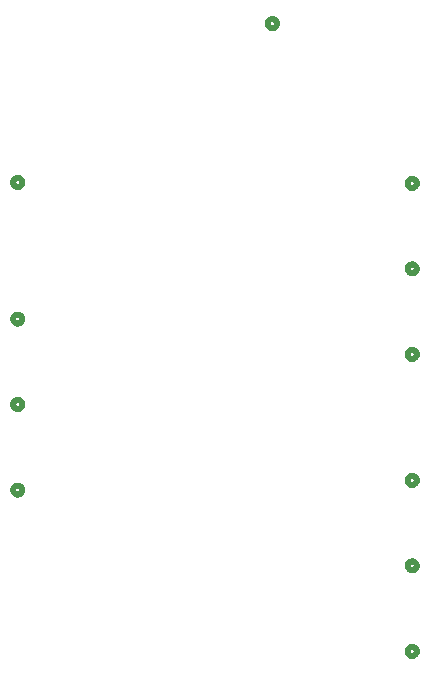
<source format=gbr>
G04 EAGLE Gerber RS-274X export*
G75*
%MOMM*%
%FSLAX34Y34*%
%LPD*%
%INSilkscreen Bottom*%
%IPPOS*%
%AMOC8*
5,1,8,0,0,1.08239X$1,22.5*%
G01*
%ADD10C,0.508000*%


D10*
X64770Y502666D02*
X64648Y502664D01*
X64526Y502658D01*
X64404Y502648D01*
X64283Y502635D01*
X64162Y502617D01*
X64042Y502596D01*
X63922Y502570D01*
X63804Y502541D01*
X63686Y502509D01*
X63569Y502472D01*
X63454Y502432D01*
X63340Y502388D01*
X63228Y502340D01*
X63117Y502289D01*
X63008Y502234D01*
X62900Y502176D01*
X62795Y502114D01*
X62692Y502049D01*
X62590Y501981D01*
X62491Y501909D01*
X62395Y501835D01*
X62300Y501757D01*
X62209Y501676D01*
X62119Y501593D01*
X62033Y501507D01*
X61950Y501417D01*
X61869Y501326D01*
X61791Y501231D01*
X61717Y501135D01*
X61645Y501036D01*
X61577Y500934D01*
X61512Y500831D01*
X61450Y500726D01*
X61392Y500618D01*
X61337Y500509D01*
X61286Y500398D01*
X61238Y500286D01*
X61194Y500172D01*
X61154Y500057D01*
X61117Y499940D01*
X61085Y499822D01*
X61056Y499704D01*
X61030Y499584D01*
X61009Y499464D01*
X60991Y499343D01*
X60978Y499222D01*
X60968Y499100D01*
X60962Y498978D01*
X60960Y498856D01*
X60962Y498734D01*
X60968Y498612D01*
X60978Y498490D01*
X60991Y498369D01*
X61009Y498248D01*
X61030Y498128D01*
X61056Y498008D01*
X61085Y497890D01*
X61117Y497772D01*
X61154Y497655D01*
X61194Y497540D01*
X61238Y497426D01*
X61286Y497314D01*
X61337Y497203D01*
X61392Y497094D01*
X61450Y496986D01*
X61512Y496881D01*
X61577Y496778D01*
X61645Y496676D01*
X61717Y496577D01*
X61791Y496481D01*
X61869Y496386D01*
X61950Y496295D01*
X62033Y496205D01*
X62119Y496119D01*
X62209Y496036D01*
X62300Y495955D01*
X62395Y495877D01*
X62491Y495803D01*
X62590Y495731D01*
X62692Y495663D01*
X62795Y495598D01*
X62900Y495536D01*
X63008Y495478D01*
X63117Y495423D01*
X63228Y495372D01*
X63340Y495324D01*
X63454Y495280D01*
X63569Y495240D01*
X63686Y495203D01*
X63804Y495171D01*
X63922Y495142D01*
X64042Y495116D01*
X64162Y495095D01*
X64283Y495077D01*
X64404Y495064D01*
X64526Y495054D01*
X64648Y495048D01*
X64770Y495046D01*
X64892Y495048D01*
X65014Y495054D01*
X65136Y495064D01*
X65257Y495077D01*
X65378Y495095D01*
X65498Y495116D01*
X65618Y495142D01*
X65736Y495171D01*
X65854Y495203D01*
X65971Y495240D01*
X66086Y495280D01*
X66200Y495324D01*
X66312Y495372D01*
X66423Y495423D01*
X66532Y495478D01*
X66640Y495536D01*
X66745Y495598D01*
X66848Y495663D01*
X66950Y495731D01*
X67049Y495803D01*
X67145Y495877D01*
X67240Y495955D01*
X67331Y496036D01*
X67421Y496119D01*
X67507Y496205D01*
X67590Y496295D01*
X67671Y496386D01*
X67749Y496481D01*
X67823Y496577D01*
X67895Y496676D01*
X67963Y496778D01*
X68028Y496881D01*
X68090Y496986D01*
X68148Y497094D01*
X68203Y497203D01*
X68254Y497314D01*
X68302Y497426D01*
X68346Y497540D01*
X68386Y497655D01*
X68423Y497772D01*
X68455Y497890D01*
X68484Y498008D01*
X68510Y498128D01*
X68531Y498248D01*
X68549Y498369D01*
X68562Y498490D01*
X68572Y498612D01*
X68578Y498734D01*
X68580Y498856D01*
X68578Y498978D01*
X68572Y499100D01*
X68562Y499222D01*
X68549Y499343D01*
X68531Y499464D01*
X68510Y499584D01*
X68484Y499704D01*
X68455Y499822D01*
X68423Y499940D01*
X68386Y500057D01*
X68346Y500172D01*
X68302Y500286D01*
X68254Y500398D01*
X68203Y500509D01*
X68148Y500618D01*
X68090Y500726D01*
X68028Y500831D01*
X67963Y500934D01*
X67895Y501036D01*
X67823Y501135D01*
X67749Y501231D01*
X67671Y501326D01*
X67590Y501417D01*
X67507Y501507D01*
X67421Y501593D01*
X67331Y501676D01*
X67240Y501757D01*
X67145Y501835D01*
X67049Y501909D01*
X66950Y501981D01*
X66848Y502049D01*
X66745Y502114D01*
X66640Y502176D01*
X66532Y502234D01*
X66423Y502289D01*
X66312Y502340D01*
X66200Y502388D01*
X66086Y502432D01*
X65971Y502472D01*
X65854Y502509D01*
X65736Y502541D01*
X65618Y502570D01*
X65498Y502596D01*
X65378Y502617D01*
X65257Y502635D01*
X65136Y502648D01*
X65014Y502658D01*
X64892Y502664D01*
X64770Y502666D01*
X64770Y387096D02*
X64648Y387094D01*
X64526Y387088D01*
X64404Y387078D01*
X64283Y387065D01*
X64162Y387047D01*
X64042Y387026D01*
X63922Y387000D01*
X63804Y386971D01*
X63686Y386939D01*
X63569Y386902D01*
X63454Y386862D01*
X63340Y386818D01*
X63228Y386770D01*
X63117Y386719D01*
X63008Y386664D01*
X62900Y386606D01*
X62795Y386544D01*
X62692Y386479D01*
X62590Y386411D01*
X62491Y386339D01*
X62395Y386265D01*
X62300Y386187D01*
X62209Y386106D01*
X62119Y386023D01*
X62033Y385937D01*
X61950Y385847D01*
X61869Y385756D01*
X61791Y385661D01*
X61717Y385565D01*
X61645Y385466D01*
X61577Y385364D01*
X61512Y385261D01*
X61450Y385156D01*
X61392Y385048D01*
X61337Y384939D01*
X61286Y384828D01*
X61238Y384716D01*
X61194Y384602D01*
X61154Y384487D01*
X61117Y384370D01*
X61085Y384252D01*
X61056Y384134D01*
X61030Y384014D01*
X61009Y383894D01*
X60991Y383773D01*
X60978Y383652D01*
X60968Y383530D01*
X60962Y383408D01*
X60960Y383286D01*
X60962Y383164D01*
X60968Y383042D01*
X60978Y382920D01*
X60991Y382799D01*
X61009Y382678D01*
X61030Y382558D01*
X61056Y382438D01*
X61085Y382320D01*
X61117Y382202D01*
X61154Y382085D01*
X61194Y381970D01*
X61238Y381856D01*
X61286Y381744D01*
X61337Y381633D01*
X61392Y381524D01*
X61450Y381416D01*
X61512Y381311D01*
X61577Y381208D01*
X61645Y381106D01*
X61717Y381007D01*
X61791Y380911D01*
X61869Y380816D01*
X61950Y380725D01*
X62033Y380635D01*
X62119Y380549D01*
X62209Y380466D01*
X62300Y380385D01*
X62395Y380307D01*
X62491Y380233D01*
X62590Y380161D01*
X62692Y380093D01*
X62795Y380028D01*
X62900Y379966D01*
X63008Y379908D01*
X63117Y379853D01*
X63228Y379802D01*
X63340Y379754D01*
X63454Y379710D01*
X63569Y379670D01*
X63686Y379633D01*
X63804Y379601D01*
X63922Y379572D01*
X64042Y379546D01*
X64162Y379525D01*
X64283Y379507D01*
X64404Y379494D01*
X64526Y379484D01*
X64648Y379478D01*
X64770Y379476D01*
X64892Y379478D01*
X65014Y379484D01*
X65136Y379494D01*
X65257Y379507D01*
X65378Y379525D01*
X65498Y379546D01*
X65618Y379572D01*
X65736Y379601D01*
X65854Y379633D01*
X65971Y379670D01*
X66086Y379710D01*
X66200Y379754D01*
X66312Y379802D01*
X66423Y379853D01*
X66532Y379908D01*
X66640Y379966D01*
X66745Y380028D01*
X66848Y380093D01*
X66950Y380161D01*
X67049Y380233D01*
X67145Y380307D01*
X67240Y380385D01*
X67331Y380466D01*
X67421Y380549D01*
X67507Y380635D01*
X67590Y380725D01*
X67671Y380816D01*
X67749Y380911D01*
X67823Y381007D01*
X67895Y381106D01*
X67963Y381208D01*
X68028Y381311D01*
X68090Y381416D01*
X68148Y381524D01*
X68203Y381633D01*
X68254Y381744D01*
X68302Y381856D01*
X68346Y381970D01*
X68386Y382085D01*
X68423Y382202D01*
X68455Y382320D01*
X68484Y382438D01*
X68510Y382558D01*
X68531Y382678D01*
X68549Y382799D01*
X68562Y382920D01*
X68572Y383042D01*
X68578Y383164D01*
X68580Y383286D01*
X68578Y383408D01*
X68572Y383530D01*
X68562Y383652D01*
X68549Y383773D01*
X68531Y383894D01*
X68510Y384014D01*
X68484Y384134D01*
X68455Y384252D01*
X68423Y384370D01*
X68386Y384487D01*
X68346Y384602D01*
X68302Y384716D01*
X68254Y384828D01*
X68203Y384939D01*
X68148Y385048D01*
X68090Y385156D01*
X68028Y385261D01*
X67963Y385364D01*
X67895Y385466D01*
X67823Y385565D01*
X67749Y385661D01*
X67671Y385756D01*
X67590Y385847D01*
X67507Y385937D01*
X67421Y386023D01*
X67331Y386106D01*
X67240Y386187D01*
X67145Y386265D01*
X67049Y386339D01*
X66950Y386411D01*
X66848Y386479D01*
X66745Y386544D01*
X66640Y386606D01*
X66532Y386664D01*
X66423Y386719D01*
X66312Y386770D01*
X66200Y386818D01*
X66086Y386862D01*
X65971Y386902D01*
X65854Y386939D01*
X65736Y386971D01*
X65618Y387000D01*
X65498Y387026D01*
X65378Y387047D01*
X65257Y387065D01*
X65136Y387078D01*
X65014Y387088D01*
X64892Y387094D01*
X64770Y387096D01*
X64770Y314706D02*
X64648Y314704D01*
X64526Y314698D01*
X64404Y314688D01*
X64283Y314675D01*
X64162Y314657D01*
X64042Y314636D01*
X63922Y314610D01*
X63804Y314581D01*
X63686Y314549D01*
X63569Y314512D01*
X63454Y314472D01*
X63340Y314428D01*
X63228Y314380D01*
X63117Y314329D01*
X63008Y314274D01*
X62900Y314216D01*
X62795Y314154D01*
X62692Y314089D01*
X62590Y314021D01*
X62491Y313949D01*
X62395Y313875D01*
X62300Y313797D01*
X62209Y313716D01*
X62119Y313633D01*
X62033Y313547D01*
X61950Y313457D01*
X61869Y313366D01*
X61791Y313271D01*
X61717Y313175D01*
X61645Y313076D01*
X61577Y312974D01*
X61512Y312871D01*
X61450Y312766D01*
X61392Y312658D01*
X61337Y312549D01*
X61286Y312438D01*
X61238Y312326D01*
X61194Y312212D01*
X61154Y312097D01*
X61117Y311980D01*
X61085Y311862D01*
X61056Y311744D01*
X61030Y311624D01*
X61009Y311504D01*
X60991Y311383D01*
X60978Y311262D01*
X60968Y311140D01*
X60962Y311018D01*
X60960Y310896D01*
X60962Y310774D01*
X60968Y310652D01*
X60978Y310530D01*
X60991Y310409D01*
X61009Y310288D01*
X61030Y310168D01*
X61056Y310048D01*
X61085Y309930D01*
X61117Y309812D01*
X61154Y309695D01*
X61194Y309580D01*
X61238Y309466D01*
X61286Y309354D01*
X61337Y309243D01*
X61392Y309134D01*
X61450Y309026D01*
X61512Y308921D01*
X61577Y308818D01*
X61645Y308716D01*
X61717Y308617D01*
X61791Y308521D01*
X61869Y308426D01*
X61950Y308335D01*
X62033Y308245D01*
X62119Y308159D01*
X62209Y308076D01*
X62300Y307995D01*
X62395Y307917D01*
X62491Y307843D01*
X62590Y307771D01*
X62692Y307703D01*
X62795Y307638D01*
X62900Y307576D01*
X63008Y307518D01*
X63117Y307463D01*
X63228Y307412D01*
X63340Y307364D01*
X63454Y307320D01*
X63569Y307280D01*
X63686Y307243D01*
X63804Y307211D01*
X63922Y307182D01*
X64042Y307156D01*
X64162Y307135D01*
X64283Y307117D01*
X64404Y307104D01*
X64526Y307094D01*
X64648Y307088D01*
X64770Y307086D01*
X64892Y307088D01*
X65014Y307094D01*
X65136Y307104D01*
X65257Y307117D01*
X65378Y307135D01*
X65498Y307156D01*
X65618Y307182D01*
X65736Y307211D01*
X65854Y307243D01*
X65971Y307280D01*
X66086Y307320D01*
X66200Y307364D01*
X66312Y307412D01*
X66423Y307463D01*
X66532Y307518D01*
X66640Y307576D01*
X66745Y307638D01*
X66848Y307703D01*
X66950Y307771D01*
X67049Y307843D01*
X67145Y307917D01*
X67240Y307995D01*
X67331Y308076D01*
X67421Y308159D01*
X67507Y308245D01*
X67590Y308335D01*
X67671Y308426D01*
X67749Y308521D01*
X67823Y308617D01*
X67895Y308716D01*
X67963Y308818D01*
X68028Y308921D01*
X68090Y309026D01*
X68148Y309134D01*
X68203Y309243D01*
X68254Y309354D01*
X68302Y309466D01*
X68346Y309580D01*
X68386Y309695D01*
X68423Y309812D01*
X68455Y309930D01*
X68484Y310048D01*
X68510Y310168D01*
X68531Y310288D01*
X68549Y310409D01*
X68562Y310530D01*
X68572Y310652D01*
X68578Y310774D01*
X68580Y310896D01*
X68578Y311018D01*
X68572Y311140D01*
X68562Y311262D01*
X68549Y311383D01*
X68531Y311504D01*
X68510Y311624D01*
X68484Y311744D01*
X68455Y311862D01*
X68423Y311980D01*
X68386Y312097D01*
X68346Y312212D01*
X68302Y312326D01*
X68254Y312438D01*
X68203Y312549D01*
X68148Y312658D01*
X68090Y312766D01*
X68028Y312871D01*
X67963Y312974D01*
X67895Y313076D01*
X67823Y313175D01*
X67749Y313271D01*
X67671Y313366D01*
X67590Y313457D01*
X67507Y313547D01*
X67421Y313633D01*
X67331Y313716D01*
X67240Y313797D01*
X67145Y313875D01*
X67049Y313949D01*
X66950Y314021D01*
X66848Y314089D01*
X66745Y314154D01*
X66640Y314216D01*
X66532Y314274D01*
X66423Y314329D01*
X66312Y314380D01*
X66200Y314428D01*
X66086Y314472D01*
X65971Y314512D01*
X65854Y314549D01*
X65736Y314581D01*
X65618Y314610D01*
X65498Y314636D01*
X65378Y314657D01*
X65257Y314675D01*
X65136Y314688D01*
X65014Y314698D01*
X64892Y314704D01*
X64770Y314706D01*
X398780Y178054D02*
X398902Y178052D01*
X399024Y178046D01*
X399146Y178036D01*
X399267Y178023D01*
X399388Y178005D01*
X399508Y177984D01*
X399628Y177958D01*
X399746Y177929D01*
X399864Y177897D01*
X399981Y177860D01*
X400096Y177820D01*
X400210Y177776D01*
X400322Y177728D01*
X400433Y177677D01*
X400542Y177622D01*
X400650Y177564D01*
X400755Y177502D01*
X400858Y177437D01*
X400960Y177369D01*
X401059Y177297D01*
X401155Y177223D01*
X401250Y177145D01*
X401341Y177064D01*
X401431Y176981D01*
X401517Y176895D01*
X401600Y176805D01*
X401681Y176714D01*
X401759Y176619D01*
X401833Y176523D01*
X401905Y176424D01*
X401973Y176322D01*
X402038Y176219D01*
X402100Y176114D01*
X402158Y176006D01*
X402213Y175897D01*
X402264Y175786D01*
X402312Y175674D01*
X402356Y175560D01*
X402396Y175445D01*
X402433Y175328D01*
X402465Y175210D01*
X402494Y175092D01*
X402520Y174972D01*
X402541Y174852D01*
X402559Y174731D01*
X402572Y174610D01*
X402582Y174488D01*
X402588Y174366D01*
X402590Y174244D01*
X402588Y174122D01*
X402582Y174000D01*
X402572Y173878D01*
X402559Y173757D01*
X402541Y173636D01*
X402520Y173516D01*
X402494Y173396D01*
X402465Y173278D01*
X402433Y173160D01*
X402396Y173043D01*
X402356Y172928D01*
X402312Y172814D01*
X402264Y172702D01*
X402213Y172591D01*
X402158Y172482D01*
X402100Y172374D01*
X402038Y172269D01*
X401973Y172166D01*
X401905Y172064D01*
X401833Y171965D01*
X401759Y171869D01*
X401681Y171774D01*
X401600Y171683D01*
X401517Y171593D01*
X401431Y171507D01*
X401341Y171424D01*
X401250Y171343D01*
X401155Y171265D01*
X401059Y171191D01*
X400960Y171119D01*
X400858Y171051D01*
X400755Y170986D01*
X400650Y170924D01*
X400542Y170866D01*
X400433Y170811D01*
X400322Y170760D01*
X400210Y170712D01*
X400096Y170668D01*
X399981Y170628D01*
X399864Y170591D01*
X399746Y170559D01*
X399628Y170530D01*
X399508Y170504D01*
X399388Y170483D01*
X399267Y170465D01*
X399146Y170452D01*
X399024Y170442D01*
X398902Y170436D01*
X398780Y170434D01*
X398658Y170436D01*
X398536Y170442D01*
X398414Y170452D01*
X398293Y170465D01*
X398172Y170483D01*
X398052Y170504D01*
X397932Y170530D01*
X397814Y170559D01*
X397696Y170591D01*
X397579Y170628D01*
X397464Y170668D01*
X397350Y170712D01*
X397238Y170760D01*
X397127Y170811D01*
X397018Y170866D01*
X396910Y170924D01*
X396805Y170986D01*
X396702Y171051D01*
X396600Y171119D01*
X396501Y171191D01*
X396405Y171265D01*
X396310Y171343D01*
X396219Y171424D01*
X396129Y171507D01*
X396043Y171593D01*
X395960Y171683D01*
X395879Y171774D01*
X395801Y171869D01*
X395727Y171965D01*
X395655Y172064D01*
X395587Y172166D01*
X395522Y172269D01*
X395460Y172374D01*
X395402Y172482D01*
X395347Y172591D01*
X395296Y172702D01*
X395248Y172814D01*
X395204Y172928D01*
X395164Y173043D01*
X395127Y173160D01*
X395095Y173278D01*
X395066Y173396D01*
X395040Y173516D01*
X395019Y173636D01*
X395001Y173757D01*
X394988Y173878D01*
X394978Y174000D01*
X394972Y174122D01*
X394970Y174244D01*
X394972Y174366D01*
X394978Y174488D01*
X394988Y174610D01*
X395001Y174731D01*
X395019Y174852D01*
X395040Y174972D01*
X395066Y175092D01*
X395095Y175210D01*
X395127Y175328D01*
X395164Y175445D01*
X395204Y175560D01*
X395248Y175674D01*
X395296Y175786D01*
X395347Y175897D01*
X395402Y176006D01*
X395460Y176114D01*
X395522Y176219D01*
X395587Y176322D01*
X395655Y176424D01*
X395727Y176523D01*
X395801Y176619D01*
X395879Y176714D01*
X395960Y176805D01*
X396043Y176895D01*
X396129Y176981D01*
X396219Y177064D01*
X396310Y177145D01*
X396405Y177223D01*
X396501Y177297D01*
X396600Y177369D01*
X396702Y177437D01*
X396805Y177502D01*
X396910Y177564D01*
X397018Y177622D01*
X397127Y177677D01*
X397238Y177728D01*
X397350Y177776D01*
X397464Y177820D01*
X397579Y177860D01*
X397696Y177897D01*
X397814Y177929D01*
X397932Y177958D01*
X398052Y177984D01*
X398172Y178005D01*
X398293Y178023D01*
X398414Y178036D01*
X398536Y178046D01*
X398658Y178052D01*
X398780Y178054D01*
X398780Y242824D02*
X398902Y242826D01*
X399024Y242832D01*
X399146Y242842D01*
X399267Y242855D01*
X399388Y242873D01*
X399508Y242894D01*
X399628Y242920D01*
X399746Y242949D01*
X399864Y242981D01*
X399981Y243018D01*
X400096Y243058D01*
X400210Y243102D01*
X400322Y243150D01*
X400433Y243201D01*
X400542Y243256D01*
X400650Y243314D01*
X400755Y243376D01*
X400858Y243441D01*
X400960Y243509D01*
X401059Y243581D01*
X401155Y243655D01*
X401250Y243733D01*
X401341Y243814D01*
X401431Y243897D01*
X401517Y243983D01*
X401600Y244073D01*
X401681Y244164D01*
X401759Y244259D01*
X401833Y244355D01*
X401905Y244454D01*
X401973Y244556D01*
X402038Y244659D01*
X402100Y244764D01*
X402158Y244872D01*
X402213Y244981D01*
X402264Y245092D01*
X402312Y245204D01*
X402356Y245318D01*
X402396Y245433D01*
X402433Y245550D01*
X402465Y245668D01*
X402494Y245786D01*
X402520Y245906D01*
X402541Y246026D01*
X402559Y246147D01*
X402572Y246268D01*
X402582Y246390D01*
X402588Y246512D01*
X402590Y246634D01*
X402588Y246756D01*
X402582Y246878D01*
X402572Y247000D01*
X402559Y247121D01*
X402541Y247242D01*
X402520Y247362D01*
X402494Y247482D01*
X402465Y247600D01*
X402433Y247718D01*
X402396Y247835D01*
X402356Y247950D01*
X402312Y248064D01*
X402264Y248176D01*
X402213Y248287D01*
X402158Y248396D01*
X402100Y248504D01*
X402038Y248609D01*
X401973Y248712D01*
X401905Y248814D01*
X401833Y248913D01*
X401759Y249009D01*
X401681Y249104D01*
X401600Y249195D01*
X401517Y249285D01*
X401431Y249371D01*
X401341Y249454D01*
X401250Y249535D01*
X401155Y249613D01*
X401059Y249687D01*
X400960Y249759D01*
X400858Y249827D01*
X400755Y249892D01*
X400650Y249954D01*
X400542Y250012D01*
X400433Y250067D01*
X400322Y250118D01*
X400210Y250166D01*
X400096Y250210D01*
X399981Y250250D01*
X399864Y250287D01*
X399746Y250319D01*
X399628Y250348D01*
X399508Y250374D01*
X399388Y250395D01*
X399267Y250413D01*
X399146Y250426D01*
X399024Y250436D01*
X398902Y250442D01*
X398780Y250444D01*
X398658Y250442D01*
X398536Y250436D01*
X398414Y250426D01*
X398293Y250413D01*
X398172Y250395D01*
X398052Y250374D01*
X397932Y250348D01*
X397814Y250319D01*
X397696Y250287D01*
X397579Y250250D01*
X397464Y250210D01*
X397350Y250166D01*
X397238Y250118D01*
X397127Y250067D01*
X397018Y250012D01*
X396910Y249954D01*
X396805Y249892D01*
X396702Y249827D01*
X396600Y249759D01*
X396501Y249687D01*
X396405Y249613D01*
X396310Y249535D01*
X396219Y249454D01*
X396129Y249371D01*
X396043Y249285D01*
X395960Y249195D01*
X395879Y249104D01*
X395801Y249009D01*
X395727Y248913D01*
X395655Y248814D01*
X395587Y248712D01*
X395522Y248609D01*
X395460Y248504D01*
X395402Y248396D01*
X395347Y248287D01*
X395296Y248176D01*
X395248Y248064D01*
X395204Y247950D01*
X395164Y247835D01*
X395127Y247718D01*
X395095Y247600D01*
X395066Y247482D01*
X395040Y247362D01*
X395019Y247242D01*
X395001Y247121D01*
X394988Y247000D01*
X394978Y246878D01*
X394972Y246756D01*
X394970Y246634D01*
X394972Y246512D01*
X394978Y246390D01*
X394988Y246268D01*
X395001Y246147D01*
X395019Y246026D01*
X395040Y245906D01*
X395066Y245786D01*
X395095Y245668D01*
X395127Y245550D01*
X395164Y245433D01*
X395204Y245318D01*
X395248Y245204D01*
X395296Y245092D01*
X395347Y244981D01*
X395402Y244872D01*
X395460Y244764D01*
X395522Y244659D01*
X395587Y244556D01*
X395655Y244454D01*
X395727Y244355D01*
X395801Y244259D01*
X395879Y244164D01*
X395960Y244073D01*
X396043Y243983D01*
X396129Y243897D01*
X396219Y243814D01*
X396310Y243733D01*
X396405Y243655D01*
X396501Y243581D01*
X396600Y243509D01*
X396702Y243441D01*
X396805Y243376D01*
X396910Y243314D01*
X397018Y243256D01*
X397127Y243201D01*
X397238Y243150D01*
X397350Y243102D01*
X397464Y243058D01*
X397579Y243018D01*
X397696Y242981D01*
X397814Y242949D01*
X397932Y242920D01*
X398052Y242894D01*
X398172Y242873D01*
X398293Y242855D01*
X398414Y242842D01*
X398536Y242832D01*
X398658Y242826D01*
X398780Y242824D01*
X398780Y349504D02*
X398902Y349506D01*
X399024Y349512D01*
X399146Y349522D01*
X399267Y349535D01*
X399388Y349553D01*
X399508Y349574D01*
X399628Y349600D01*
X399746Y349629D01*
X399864Y349661D01*
X399981Y349698D01*
X400096Y349738D01*
X400210Y349782D01*
X400322Y349830D01*
X400433Y349881D01*
X400542Y349936D01*
X400650Y349994D01*
X400755Y350056D01*
X400858Y350121D01*
X400960Y350189D01*
X401059Y350261D01*
X401155Y350335D01*
X401250Y350413D01*
X401341Y350494D01*
X401431Y350577D01*
X401517Y350663D01*
X401600Y350753D01*
X401681Y350844D01*
X401759Y350939D01*
X401833Y351035D01*
X401905Y351134D01*
X401973Y351236D01*
X402038Y351339D01*
X402100Y351444D01*
X402158Y351552D01*
X402213Y351661D01*
X402264Y351772D01*
X402312Y351884D01*
X402356Y351998D01*
X402396Y352113D01*
X402433Y352230D01*
X402465Y352348D01*
X402494Y352466D01*
X402520Y352586D01*
X402541Y352706D01*
X402559Y352827D01*
X402572Y352948D01*
X402582Y353070D01*
X402588Y353192D01*
X402590Y353314D01*
X402588Y353436D01*
X402582Y353558D01*
X402572Y353680D01*
X402559Y353801D01*
X402541Y353922D01*
X402520Y354042D01*
X402494Y354162D01*
X402465Y354280D01*
X402433Y354398D01*
X402396Y354515D01*
X402356Y354630D01*
X402312Y354744D01*
X402264Y354856D01*
X402213Y354967D01*
X402158Y355076D01*
X402100Y355184D01*
X402038Y355289D01*
X401973Y355392D01*
X401905Y355494D01*
X401833Y355593D01*
X401759Y355689D01*
X401681Y355784D01*
X401600Y355875D01*
X401517Y355965D01*
X401431Y356051D01*
X401341Y356134D01*
X401250Y356215D01*
X401155Y356293D01*
X401059Y356367D01*
X400960Y356439D01*
X400858Y356507D01*
X400755Y356572D01*
X400650Y356634D01*
X400542Y356692D01*
X400433Y356747D01*
X400322Y356798D01*
X400210Y356846D01*
X400096Y356890D01*
X399981Y356930D01*
X399864Y356967D01*
X399746Y356999D01*
X399628Y357028D01*
X399508Y357054D01*
X399388Y357075D01*
X399267Y357093D01*
X399146Y357106D01*
X399024Y357116D01*
X398902Y357122D01*
X398780Y357124D01*
X398658Y357122D01*
X398536Y357116D01*
X398414Y357106D01*
X398293Y357093D01*
X398172Y357075D01*
X398052Y357054D01*
X397932Y357028D01*
X397814Y356999D01*
X397696Y356967D01*
X397579Y356930D01*
X397464Y356890D01*
X397350Y356846D01*
X397238Y356798D01*
X397127Y356747D01*
X397018Y356692D01*
X396910Y356634D01*
X396805Y356572D01*
X396702Y356507D01*
X396600Y356439D01*
X396501Y356367D01*
X396405Y356293D01*
X396310Y356215D01*
X396219Y356134D01*
X396129Y356051D01*
X396043Y355965D01*
X395960Y355875D01*
X395879Y355784D01*
X395801Y355689D01*
X395727Y355593D01*
X395655Y355494D01*
X395587Y355392D01*
X395522Y355289D01*
X395460Y355184D01*
X395402Y355076D01*
X395347Y354967D01*
X395296Y354856D01*
X395248Y354744D01*
X395204Y354630D01*
X395164Y354515D01*
X395127Y354398D01*
X395095Y354280D01*
X395066Y354162D01*
X395040Y354042D01*
X395019Y353922D01*
X395001Y353801D01*
X394988Y353680D01*
X394978Y353558D01*
X394972Y353436D01*
X394970Y353314D01*
X394972Y353192D01*
X394978Y353070D01*
X394988Y352948D01*
X395001Y352827D01*
X395019Y352706D01*
X395040Y352586D01*
X395066Y352466D01*
X395095Y352348D01*
X395127Y352230D01*
X395164Y352113D01*
X395204Y351998D01*
X395248Y351884D01*
X395296Y351772D01*
X395347Y351661D01*
X395402Y351552D01*
X395460Y351444D01*
X395522Y351339D01*
X395587Y351236D01*
X395655Y351134D01*
X395727Y351035D01*
X395801Y350939D01*
X395879Y350844D01*
X395960Y350753D01*
X396043Y350663D01*
X396129Y350577D01*
X396219Y350494D01*
X396310Y350413D01*
X396405Y350335D01*
X396501Y350261D01*
X396600Y350189D01*
X396702Y350121D01*
X396805Y350056D01*
X396910Y349994D01*
X397018Y349936D01*
X397127Y349881D01*
X397238Y349830D01*
X397350Y349782D01*
X397464Y349738D01*
X397579Y349698D01*
X397696Y349661D01*
X397814Y349629D01*
X397932Y349600D01*
X398052Y349574D01*
X398172Y349553D01*
X398293Y349535D01*
X398414Y349522D01*
X398536Y349512D01*
X398658Y349506D01*
X398780Y349504D01*
X398780Y421894D02*
X398902Y421896D01*
X399024Y421902D01*
X399146Y421912D01*
X399267Y421925D01*
X399388Y421943D01*
X399508Y421964D01*
X399628Y421990D01*
X399746Y422019D01*
X399864Y422051D01*
X399981Y422088D01*
X400096Y422128D01*
X400210Y422172D01*
X400322Y422220D01*
X400433Y422271D01*
X400542Y422326D01*
X400650Y422384D01*
X400755Y422446D01*
X400858Y422511D01*
X400960Y422579D01*
X401059Y422651D01*
X401155Y422725D01*
X401250Y422803D01*
X401341Y422884D01*
X401431Y422967D01*
X401517Y423053D01*
X401600Y423143D01*
X401681Y423234D01*
X401759Y423329D01*
X401833Y423425D01*
X401905Y423524D01*
X401973Y423626D01*
X402038Y423729D01*
X402100Y423834D01*
X402158Y423942D01*
X402213Y424051D01*
X402264Y424162D01*
X402312Y424274D01*
X402356Y424388D01*
X402396Y424503D01*
X402433Y424620D01*
X402465Y424738D01*
X402494Y424856D01*
X402520Y424976D01*
X402541Y425096D01*
X402559Y425217D01*
X402572Y425338D01*
X402582Y425460D01*
X402588Y425582D01*
X402590Y425704D01*
X402588Y425826D01*
X402582Y425948D01*
X402572Y426070D01*
X402559Y426191D01*
X402541Y426312D01*
X402520Y426432D01*
X402494Y426552D01*
X402465Y426670D01*
X402433Y426788D01*
X402396Y426905D01*
X402356Y427020D01*
X402312Y427134D01*
X402264Y427246D01*
X402213Y427357D01*
X402158Y427466D01*
X402100Y427574D01*
X402038Y427679D01*
X401973Y427782D01*
X401905Y427884D01*
X401833Y427983D01*
X401759Y428079D01*
X401681Y428174D01*
X401600Y428265D01*
X401517Y428355D01*
X401431Y428441D01*
X401341Y428524D01*
X401250Y428605D01*
X401155Y428683D01*
X401059Y428757D01*
X400960Y428829D01*
X400858Y428897D01*
X400755Y428962D01*
X400650Y429024D01*
X400542Y429082D01*
X400433Y429137D01*
X400322Y429188D01*
X400210Y429236D01*
X400096Y429280D01*
X399981Y429320D01*
X399864Y429357D01*
X399746Y429389D01*
X399628Y429418D01*
X399508Y429444D01*
X399388Y429465D01*
X399267Y429483D01*
X399146Y429496D01*
X399024Y429506D01*
X398902Y429512D01*
X398780Y429514D01*
X398658Y429512D01*
X398536Y429506D01*
X398414Y429496D01*
X398293Y429483D01*
X398172Y429465D01*
X398052Y429444D01*
X397932Y429418D01*
X397814Y429389D01*
X397696Y429357D01*
X397579Y429320D01*
X397464Y429280D01*
X397350Y429236D01*
X397238Y429188D01*
X397127Y429137D01*
X397018Y429082D01*
X396910Y429024D01*
X396805Y428962D01*
X396702Y428897D01*
X396600Y428829D01*
X396501Y428757D01*
X396405Y428683D01*
X396310Y428605D01*
X396219Y428524D01*
X396129Y428441D01*
X396043Y428355D01*
X395960Y428265D01*
X395879Y428174D01*
X395801Y428079D01*
X395727Y427983D01*
X395655Y427884D01*
X395587Y427782D01*
X395522Y427679D01*
X395460Y427574D01*
X395402Y427466D01*
X395347Y427357D01*
X395296Y427246D01*
X395248Y427134D01*
X395204Y427020D01*
X395164Y426905D01*
X395127Y426788D01*
X395095Y426670D01*
X395066Y426552D01*
X395040Y426432D01*
X395019Y426312D01*
X395001Y426191D01*
X394988Y426070D01*
X394978Y425948D01*
X394972Y425826D01*
X394970Y425704D01*
X394972Y425582D01*
X394978Y425460D01*
X394988Y425338D01*
X395001Y425217D01*
X395019Y425096D01*
X395040Y424976D01*
X395066Y424856D01*
X395095Y424738D01*
X395127Y424620D01*
X395164Y424503D01*
X395204Y424388D01*
X395248Y424274D01*
X395296Y424162D01*
X395347Y424051D01*
X395402Y423942D01*
X395460Y423834D01*
X395522Y423729D01*
X395587Y423626D01*
X395655Y423524D01*
X395727Y423425D01*
X395801Y423329D01*
X395879Y423234D01*
X395960Y423143D01*
X396043Y423053D01*
X396129Y422967D01*
X396219Y422884D01*
X396310Y422803D01*
X396405Y422725D01*
X396501Y422651D01*
X396600Y422579D01*
X396702Y422511D01*
X396805Y422446D01*
X396910Y422384D01*
X397018Y422326D01*
X397127Y422271D01*
X397238Y422220D01*
X397350Y422172D01*
X397464Y422128D01*
X397579Y422088D01*
X397696Y422051D01*
X397814Y422019D01*
X397932Y421990D01*
X398052Y421964D01*
X398172Y421943D01*
X398293Y421925D01*
X398414Y421912D01*
X398536Y421902D01*
X398658Y421896D01*
X398780Y421894D01*
X398780Y494284D02*
X398902Y494286D01*
X399024Y494292D01*
X399146Y494302D01*
X399267Y494315D01*
X399388Y494333D01*
X399508Y494354D01*
X399628Y494380D01*
X399746Y494409D01*
X399864Y494441D01*
X399981Y494478D01*
X400096Y494518D01*
X400210Y494562D01*
X400322Y494610D01*
X400433Y494661D01*
X400542Y494716D01*
X400650Y494774D01*
X400755Y494836D01*
X400858Y494901D01*
X400960Y494969D01*
X401059Y495041D01*
X401155Y495115D01*
X401250Y495193D01*
X401341Y495274D01*
X401431Y495357D01*
X401517Y495443D01*
X401600Y495533D01*
X401681Y495624D01*
X401759Y495719D01*
X401833Y495815D01*
X401905Y495914D01*
X401973Y496016D01*
X402038Y496119D01*
X402100Y496224D01*
X402158Y496332D01*
X402213Y496441D01*
X402264Y496552D01*
X402312Y496664D01*
X402356Y496778D01*
X402396Y496893D01*
X402433Y497010D01*
X402465Y497128D01*
X402494Y497246D01*
X402520Y497366D01*
X402541Y497486D01*
X402559Y497607D01*
X402572Y497728D01*
X402582Y497850D01*
X402588Y497972D01*
X402590Y498094D01*
X402588Y498216D01*
X402582Y498338D01*
X402572Y498460D01*
X402559Y498581D01*
X402541Y498702D01*
X402520Y498822D01*
X402494Y498942D01*
X402465Y499060D01*
X402433Y499178D01*
X402396Y499295D01*
X402356Y499410D01*
X402312Y499524D01*
X402264Y499636D01*
X402213Y499747D01*
X402158Y499856D01*
X402100Y499964D01*
X402038Y500069D01*
X401973Y500172D01*
X401905Y500274D01*
X401833Y500373D01*
X401759Y500469D01*
X401681Y500564D01*
X401600Y500655D01*
X401517Y500745D01*
X401431Y500831D01*
X401341Y500914D01*
X401250Y500995D01*
X401155Y501073D01*
X401059Y501147D01*
X400960Y501219D01*
X400858Y501287D01*
X400755Y501352D01*
X400650Y501414D01*
X400542Y501472D01*
X400433Y501527D01*
X400322Y501578D01*
X400210Y501626D01*
X400096Y501670D01*
X399981Y501710D01*
X399864Y501747D01*
X399746Y501779D01*
X399628Y501808D01*
X399508Y501834D01*
X399388Y501855D01*
X399267Y501873D01*
X399146Y501886D01*
X399024Y501896D01*
X398902Y501902D01*
X398780Y501904D01*
X398658Y501902D01*
X398536Y501896D01*
X398414Y501886D01*
X398293Y501873D01*
X398172Y501855D01*
X398052Y501834D01*
X397932Y501808D01*
X397814Y501779D01*
X397696Y501747D01*
X397579Y501710D01*
X397464Y501670D01*
X397350Y501626D01*
X397238Y501578D01*
X397127Y501527D01*
X397018Y501472D01*
X396910Y501414D01*
X396805Y501352D01*
X396702Y501287D01*
X396600Y501219D01*
X396501Y501147D01*
X396405Y501073D01*
X396310Y500995D01*
X396219Y500914D01*
X396129Y500831D01*
X396043Y500745D01*
X395960Y500655D01*
X395879Y500564D01*
X395801Y500469D01*
X395727Y500373D01*
X395655Y500274D01*
X395587Y500172D01*
X395522Y500069D01*
X395460Y499964D01*
X395402Y499856D01*
X395347Y499747D01*
X395296Y499636D01*
X395248Y499524D01*
X395204Y499410D01*
X395164Y499295D01*
X395127Y499178D01*
X395095Y499060D01*
X395066Y498942D01*
X395040Y498822D01*
X395019Y498702D01*
X395001Y498581D01*
X394988Y498460D01*
X394978Y498338D01*
X394972Y498216D01*
X394970Y498094D01*
X394972Y497972D01*
X394978Y497850D01*
X394988Y497728D01*
X395001Y497607D01*
X395019Y497486D01*
X395040Y497366D01*
X395066Y497246D01*
X395095Y497128D01*
X395127Y497010D01*
X395164Y496893D01*
X395204Y496778D01*
X395248Y496664D01*
X395296Y496552D01*
X395347Y496441D01*
X395402Y496332D01*
X395460Y496224D01*
X395522Y496119D01*
X395587Y496016D01*
X395655Y495914D01*
X395727Y495815D01*
X395801Y495719D01*
X395879Y495624D01*
X395960Y495533D01*
X396043Y495443D01*
X396129Y495357D01*
X396219Y495274D01*
X396310Y495193D01*
X396405Y495115D01*
X396501Y495041D01*
X396600Y494969D01*
X396702Y494901D01*
X396805Y494836D01*
X396910Y494774D01*
X397018Y494716D01*
X397127Y494661D01*
X397238Y494610D01*
X397350Y494562D01*
X397464Y494518D01*
X397579Y494478D01*
X397696Y494441D01*
X397814Y494409D01*
X397932Y494380D01*
X398052Y494354D01*
X398172Y494333D01*
X398293Y494315D01*
X398414Y494302D01*
X398536Y494292D01*
X398658Y494286D01*
X398780Y494284D01*
X284226Y633440D02*
X284224Y633562D01*
X284218Y633684D01*
X284208Y633806D01*
X284195Y633927D01*
X284177Y634048D01*
X284156Y634168D01*
X284130Y634288D01*
X284101Y634406D01*
X284069Y634524D01*
X284032Y634641D01*
X283992Y634756D01*
X283948Y634870D01*
X283900Y634982D01*
X283849Y635093D01*
X283794Y635202D01*
X283736Y635310D01*
X283674Y635415D01*
X283609Y635518D01*
X283541Y635620D01*
X283469Y635719D01*
X283395Y635815D01*
X283317Y635910D01*
X283236Y636001D01*
X283153Y636091D01*
X283067Y636177D01*
X282977Y636260D01*
X282886Y636341D01*
X282791Y636419D01*
X282695Y636493D01*
X282596Y636565D01*
X282494Y636633D01*
X282391Y636698D01*
X282286Y636760D01*
X282178Y636818D01*
X282069Y636873D01*
X281958Y636924D01*
X281846Y636972D01*
X281732Y637016D01*
X281617Y637056D01*
X281500Y637093D01*
X281382Y637125D01*
X281264Y637154D01*
X281144Y637180D01*
X281024Y637201D01*
X280903Y637219D01*
X280782Y637232D01*
X280660Y637242D01*
X280538Y637248D01*
X280416Y637250D01*
X280294Y637248D01*
X280172Y637242D01*
X280050Y637232D01*
X279929Y637219D01*
X279808Y637201D01*
X279688Y637180D01*
X279568Y637154D01*
X279450Y637125D01*
X279332Y637093D01*
X279215Y637056D01*
X279100Y637016D01*
X278986Y636972D01*
X278874Y636924D01*
X278763Y636873D01*
X278654Y636818D01*
X278546Y636760D01*
X278441Y636698D01*
X278338Y636633D01*
X278236Y636565D01*
X278137Y636493D01*
X278041Y636419D01*
X277946Y636341D01*
X277855Y636260D01*
X277765Y636177D01*
X277679Y636091D01*
X277596Y636001D01*
X277515Y635910D01*
X277437Y635815D01*
X277363Y635719D01*
X277291Y635620D01*
X277223Y635518D01*
X277158Y635415D01*
X277096Y635310D01*
X277038Y635202D01*
X276983Y635093D01*
X276932Y634982D01*
X276884Y634870D01*
X276840Y634756D01*
X276800Y634641D01*
X276763Y634524D01*
X276731Y634406D01*
X276702Y634288D01*
X276676Y634168D01*
X276655Y634048D01*
X276637Y633927D01*
X276624Y633806D01*
X276614Y633684D01*
X276608Y633562D01*
X276606Y633440D01*
X276608Y633318D01*
X276614Y633196D01*
X276624Y633074D01*
X276637Y632953D01*
X276655Y632832D01*
X276676Y632712D01*
X276702Y632592D01*
X276731Y632474D01*
X276763Y632356D01*
X276800Y632239D01*
X276840Y632124D01*
X276884Y632010D01*
X276932Y631898D01*
X276983Y631787D01*
X277038Y631678D01*
X277096Y631570D01*
X277158Y631465D01*
X277223Y631362D01*
X277291Y631260D01*
X277363Y631161D01*
X277437Y631065D01*
X277515Y630970D01*
X277596Y630879D01*
X277679Y630789D01*
X277765Y630703D01*
X277855Y630620D01*
X277946Y630539D01*
X278041Y630461D01*
X278137Y630387D01*
X278236Y630315D01*
X278338Y630247D01*
X278441Y630182D01*
X278546Y630120D01*
X278654Y630062D01*
X278763Y630007D01*
X278874Y629956D01*
X278986Y629908D01*
X279100Y629864D01*
X279215Y629824D01*
X279332Y629787D01*
X279450Y629755D01*
X279568Y629726D01*
X279688Y629700D01*
X279808Y629679D01*
X279929Y629661D01*
X280050Y629648D01*
X280172Y629638D01*
X280294Y629632D01*
X280416Y629630D01*
X280538Y629632D01*
X280660Y629638D01*
X280782Y629648D01*
X280903Y629661D01*
X281024Y629679D01*
X281144Y629700D01*
X281264Y629726D01*
X281382Y629755D01*
X281500Y629787D01*
X281617Y629824D01*
X281732Y629864D01*
X281846Y629908D01*
X281958Y629956D01*
X282069Y630007D01*
X282178Y630062D01*
X282286Y630120D01*
X282391Y630182D01*
X282494Y630247D01*
X282596Y630315D01*
X282695Y630387D01*
X282791Y630461D01*
X282886Y630539D01*
X282977Y630620D01*
X283067Y630703D01*
X283153Y630789D01*
X283236Y630879D01*
X283317Y630970D01*
X283395Y631065D01*
X283469Y631161D01*
X283541Y631260D01*
X283609Y631362D01*
X283674Y631465D01*
X283736Y631570D01*
X283794Y631678D01*
X283849Y631787D01*
X283900Y631898D01*
X283948Y632010D01*
X283992Y632124D01*
X284032Y632239D01*
X284069Y632356D01*
X284101Y632474D01*
X284130Y632592D01*
X284156Y632712D01*
X284177Y632832D01*
X284195Y632953D01*
X284208Y633074D01*
X284218Y633196D01*
X284224Y633318D01*
X284226Y633440D01*
X64770Y242316D02*
X64648Y242314D01*
X64526Y242308D01*
X64404Y242298D01*
X64283Y242285D01*
X64162Y242267D01*
X64042Y242246D01*
X63922Y242220D01*
X63804Y242191D01*
X63686Y242159D01*
X63569Y242122D01*
X63454Y242082D01*
X63340Y242038D01*
X63228Y241990D01*
X63117Y241939D01*
X63008Y241884D01*
X62900Y241826D01*
X62795Y241764D01*
X62692Y241699D01*
X62590Y241631D01*
X62491Y241559D01*
X62395Y241485D01*
X62300Y241407D01*
X62209Y241326D01*
X62119Y241243D01*
X62033Y241157D01*
X61950Y241067D01*
X61869Y240976D01*
X61791Y240881D01*
X61717Y240785D01*
X61645Y240686D01*
X61577Y240584D01*
X61512Y240481D01*
X61450Y240376D01*
X61392Y240268D01*
X61337Y240159D01*
X61286Y240048D01*
X61238Y239936D01*
X61194Y239822D01*
X61154Y239707D01*
X61117Y239590D01*
X61085Y239472D01*
X61056Y239354D01*
X61030Y239234D01*
X61009Y239114D01*
X60991Y238993D01*
X60978Y238872D01*
X60968Y238750D01*
X60962Y238628D01*
X60960Y238506D01*
X60962Y238384D01*
X60968Y238262D01*
X60978Y238140D01*
X60991Y238019D01*
X61009Y237898D01*
X61030Y237778D01*
X61056Y237658D01*
X61085Y237540D01*
X61117Y237422D01*
X61154Y237305D01*
X61194Y237190D01*
X61238Y237076D01*
X61286Y236964D01*
X61337Y236853D01*
X61392Y236744D01*
X61450Y236636D01*
X61512Y236531D01*
X61577Y236428D01*
X61645Y236326D01*
X61717Y236227D01*
X61791Y236131D01*
X61869Y236036D01*
X61950Y235945D01*
X62033Y235855D01*
X62119Y235769D01*
X62209Y235686D01*
X62300Y235605D01*
X62395Y235527D01*
X62491Y235453D01*
X62590Y235381D01*
X62692Y235313D01*
X62795Y235248D01*
X62900Y235186D01*
X63008Y235128D01*
X63117Y235073D01*
X63228Y235022D01*
X63340Y234974D01*
X63454Y234930D01*
X63569Y234890D01*
X63686Y234853D01*
X63804Y234821D01*
X63922Y234792D01*
X64042Y234766D01*
X64162Y234745D01*
X64283Y234727D01*
X64404Y234714D01*
X64526Y234704D01*
X64648Y234698D01*
X64770Y234696D01*
X64892Y234698D01*
X65014Y234704D01*
X65136Y234714D01*
X65257Y234727D01*
X65378Y234745D01*
X65498Y234766D01*
X65618Y234792D01*
X65736Y234821D01*
X65854Y234853D01*
X65971Y234890D01*
X66086Y234930D01*
X66200Y234974D01*
X66312Y235022D01*
X66423Y235073D01*
X66532Y235128D01*
X66640Y235186D01*
X66745Y235248D01*
X66848Y235313D01*
X66950Y235381D01*
X67049Y235453D01*
X67145Y235527D01*
X67240Y235605D01*
X67331Y235686D01*
X67421Y235769D01*
X67507Y235855D01*
X67590Y235945D01*
X67671Y236036D01*
X67749Y236131D01*
X67823Y236227D01*
X67895Y236326D01*
X67963Y236428D01*
X68028Y236531D01*
X68090Y236636D01*
X68148Y236744D01*
X68203Y236853D01*
X68254Y236964D01*
X68302Y237076D01*
X68346Y237190D01*
X68386Y237305D01*
X68423Y237422D01*
X68455Y237540D01*
X68484Y237658D01*
X68510Y237778D01*
X68531Y237898D01*
X68549Y238019D01*
X68562Y238140D01*
X68572Y238262D01*
X68578Y238384D01*
X68580Y238506D01*
X68578Y238628D01*
X68572Y238750D01*
X68562Y238872D01*
X68549Y238993D01*
X68531Y239114D01*
X68510Y239234D01*
X68484Y239354D01*
X68455Y239472D01*
X68423Y239590D01*
X68386Y239707D01*
X68346Y239822D01*
X68302Y239936D01*
X68254Y240048D01*
X68203Y240159D01*
X68148Y240268D01*
X68090Y240376D01*
X68028Y240481D01*
X67963Y240584D01*
X67895Y240686D01*
X67823Y240785D01*
X67749Y240881D01*
X67671Y240976D01*
X67590Y241067D01*
X67507Y241157D01*
X67421Y241243D01*
X67331Y241326D01*
X67240Y241407D01*
X67145Y241485D01*
X67049Y241559D01*
X66950Y241631D01*
X66848Y241699D01*
X66745Y241764D01*
X66640Y241826D01*
X66532Y241884D01*
X66423Y241939D01*
X66312Y241990D01*
X66200Y242038D01*
X66086Y242082D01*
X65971Y242122D01*
X65854Y242159D01*
X65736Y242191D01*
X65618Y242220D01*
X65498Y242246D01*
X65378Y242267D01*
X65257Y242285D01*
X65136Y242298D01*
X65014Y242308D01*
X64892Y242314D01*
X64770Y242316D01*
X398780Y105664D02*
X398902Y105662D01*
X399024Y105656D01*
X399146Y105646D01*
X399267Y105633D01*
X399388Y105615D01*
X399508Y105594D01*
X399628Y105568D01*
X399746Y105539D01*
X399864Y105507D01*
X399981Y105470D01*
X400096Y105430D01*
X400210Y105386D01*
X400322Y105338D01*
X400433Y105287D01*
X400542Y105232D01*
X400650Y105174D01*
X400755Y105112D01*
X400858Y105047D01*
X400960Y104979D01*
X401059Y104907D01*
X401155Y104833D01*
X401250Y104755D01*
X401341Y104674D01*
X401431Y104591D01*
X401517Y104505D01*
X401600Y104415D01*
X401681Y104324D01*
X401759Y104229D01*
X401833Y104133D01*
X401905Y104034D01*
X401973Y103932D01*
X402038Y103829D01*
X402100Y103724D01*
X402158Y103616D01*
X402213Y103507D01*
X402264Y103396D01*
X402312Y103284D01*
X402356Y103170D01*
X402396Y103055D01*
X402433Y102938D01*
X402465Y102820D01*
X402494Y102702D01*
X402520Y102582D01*
X402541Y102462D01*
X402559Y102341D01*
X402572Y102220D01*
X402582Y102098D01*
X402588Y101976D01*
X402590Y101854D01*
X402588Y101732D01*
X402582Y101610D01*
X402572Y101488D01*
X402559Y101367D01*
X402541Y101246D01*
X402520Y101126D01*
X402494Y101006D01*
X402465Y100888D01*
X402433Y100770D01*
X402396Y100653D01*
X402356Y100538D01*
X402312Y100424D01*
X402264Y100312D01*
X402213Y100201D01*
X402158Y100092D01*
X402100Y99984D01*
X402038Y99879D01*
X401973Y99776D01*
X401905Y99674D01*
X401833Y99575D01*
X401759Y99479D01*
X401681Y99384D01*
X401600Y99293D01*
X401517Y99203D01*
X401431Y99117D01*
X401341Y99034D01*
X401250Y98953D01*
X401155Y98875D01*
X401059Y98801D01*
X400960Y98729D01*
X400858Y98661D01*
X400755Y98596D01*
X400650Y98534D01*
X400542Y98476D01*
X400433Y98421D01*
X400322Y98370D01*
X400210Y98322D01*
X400096Y98278D01*
X399981Y98238D01*
X399864Y98201D01*
X399746Y98169D01*
X399628Y98140D01*
X399508Y98114D01*
X399388Y98093D01*
X399267Y98075D01*
X399146Y98062D01*
X399024Y98052D01*
X398902Y98046D01*
X398780Y98044D01*
X398658Y98046D01*
X398536Y98052D01*
X398414Y98062D01*
X398293Y98075D01*
X398172Y98093D01*
X398052Y98114D01*
X397932Y98140D01*
X397814Y98169D01*
X397696Y98201D01*
X397579Y98238D01*
X397464Y98278D01*
X397350Y98322D01*
X397238Y98370D01*
X397127Y98421D01*
X397018Y98476D01*
X396910Y98534D01*
X396805Y98596D01*
X396702Y98661D01*
X396600Y98729D01*
X396501Y98801D01*
X396405Y98875D01*
X396310Y98953D01*
X396219Y99034D01*
X396129Y99117D01*
X396043Y99203D01*
X395960Y99293D01*
X395879Y99384D01*
X395801Y99479D01*
X395727Y99575D01*
X395655Y99674D01*
X395587Y99776D01*
X395522Y99879D01*
X395460Y99984D01*
X395402Y100092D01*
X395347Y100201D01*
X395296Y100312D01*
X395248Y100424D01*
X395204Y100538D01*
X395164Y100653D01*
X395127Y100770D01*
X395095Y100888D01*
X395066Y101006D01*
X395040Y101126D01*
X395019Y101246D01*
X395001Y101367D01*
X394988Y101488D01*
X394978Y101610D01*
X394972Y101732D01*
X394970Y101854D01*
X394972Y101976D01*
X394978Y102098D01*
X394988Y102220D01*
X395001Y102341D01*
X395019Y102462D01*
X395040Y102582D01*
X395066Y102702D01*
X395095Y102820D01*
X395127Y102938D01*
X395164Y103055D01*
X395204Y103170D01*
X395248Y103284D01*
X395296Y103396D01*
X395347Y103507D01*
X395402Y103616D01*
X395460Y103724D01*
X395522Y103829D01*
X395587Y103932D01*
X395655Y104034D01*
X395727Y104133D01*
X395801Y104229D01*
X395879Y104324D01*
X395960Y104415D01*
X396043Y104505D01*
X396129Y104591D01*
X396219Y104674D01*
X396310Y104755D01*
X396405Y104833D01*
X396501Y104907D01*
X396600Y104979D01*
X396702Y105047D01*
X396805Y105112D01*
X396910Y105174D01*
X397018Y105232D01*
X397127Y105287D01*
X397238Y105338D01*
X397350Y105386D01*
X397464Y105430D01*
X397579Y105470D01*
X397696Y105507D01*
X397814Y105539D01*
X397932Y105568D01*
X398052Y105594D01*
X398172Y105615D01*
X398293Y105633D01*
X398414Y105646D01*
X398536Y105656D01*
X398658Y105662D01*
X398780Y105664D01*
M02*

</source>
